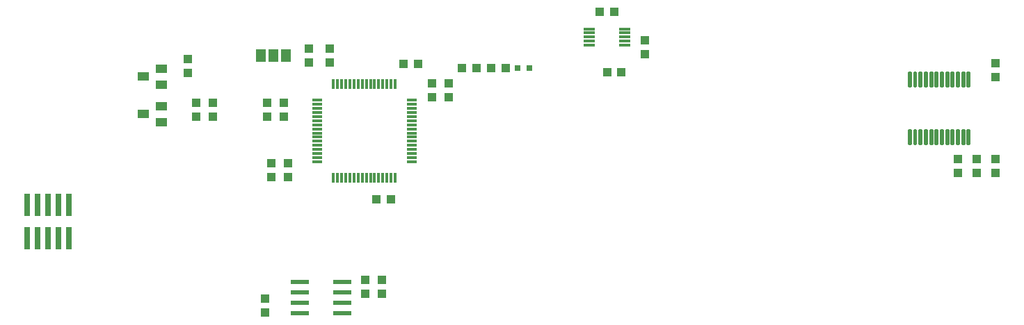
<source format=gbr>
G04 EAGLE Gerber RS-274X export*
G75*
%MOMM*%
%FSLAX34Y34*%
%LPD*%
%INSolderpaste Top*%
%IPPOS*%
%AMOC8*
5,1,8,0,0,1.08239X$1,22.5*%
G01*
%ADD10R,1.400000X0.300000*%
%ADD11R,0.736600X2.794000*%
%ADD12R,1.000000X1.100000*%
%ADD13R,0.800000X0.800000*%
%ADD14R,1.100000X1.000000*%
%ADD15C,0.240000*%
%ADD16R,0.304800X1.193800*%
%ADD17R,1.193800X0.304800*%
%ADD18R,1.400000X1.000000*%
%ADD19R,2.200000X0.600000*%
%ADD20R,1.168400X1.600200*%


D10*
X663800Y401160D03*
X663800Y396160D03*
X663800Y391160D03*
X663800Y386160D03*
X663800Y381160D03*
X707800Y381160D03*
X707800Y386160D03*
X707800Y391160D03*
X707800Y396160D03*
X707800Y401160D03*
D11*
X31240Y186700D03*
X31240Y146060D03*
X18540Y186700D03*
X18540Y146060D03*
X5840Y186700D03*
X5840Y146060D03*
X-6860Y186700D03*
X-6860Y146060D03*
X-19560Y186700D03*
X-19560Y146060D03*
D12*
X562220Y353060D03*
X545220Y353060D03*
D13*
X591700Y353060D03*
X576700Y353060D03*
D12*
X391160Y77860D03*
X391160Y94860D03*
X411480Y77860D03*
X411480Y94860D03*
X269240Y55000D03*
X269240Y72000D03*
D14*
X677300Y421640D03*
X694300Y421640D03*
D12*
X731520Y386960D03*
X731520Y369960D03*
D15*
X1055190Y278050D02*
X1055190Y261450D01*
X1052790Y261450D01*
X1052790Y278050D01*
X1055190Y278050D01*
X1055190Y263730D02*
X1052790Y263730D01*
X1052790Y266010D02*
X1055190Y266010D01*
X1055190Y268290D02*
X1052790Y268290D01*
X1052790Y270570D02*
X1055190Y270570D01*
X1055190Y272850D02*
X1052790Y272850D01*
X1052790Y275130D02*
X1055190Y275130D01*
X1055190Y277410D02*
X1052790Y277410D01*
X1061690Y278050D02*
X1061690Y261450D01*
X1059290Y261450D01*
X1059290Y278050D01*
X1061690Y278050D01*
X1061690Y263730D02*
X1059290Y263730D01*
X1059290Y266010D02*
X1061690Y266010D01*
X1061690Y268290D02*
X1059290Y268290D01*
X1059290Y270570D02*
X1061690Y270570D01*
X1061690Y272850D02*
X1059290Y272850D01*
X1059290Y275130D02*
X1061690Y275130D01*
X1061690Y277410D02*
X1059290Y277410D01*
X1068190Y278050D02*
X1068190Y261450D01*
X1065790Y261450D01*
X1065790Y278050D01*
X1068190Y278050D01*
X1068190Y263730D02*
X1065790Y263730D01*
X1065790Y266010D02*
X1068190Y266010D01*
X1068190Y268290D02*
X1065790Y268290D01*
X1065790Y270570D02*
X1068190Y270570D01*
X1068190Y272850D02*
X1065790Y272850D01*
X1065790Y275130D02*
X1068190Y275130D01*
X1068190Y277410D02*
X1065790Y277410D01*
X1074690Y278050D02*
X1074690Y261450D01*
X1072290Y261450D01*
X1072290Y278050D01*
X1074690Y278050D01*
X1074690Y263730D02*
X1072290Y263730D01*
X1072290Y266010D02*
X1074690Y266010D01*
X1074690Y268290D02*
X1072290Y268290D01*
X1072290Y270570D02*
X1074690Y270570D01*
X1074690Y272850D02*
X1072290Y272850D01*
X1072290Y275130D02*
X1074690Y275130D01*
X1074690Y277410D02*
X1072290Y277410D01*
X1081190Y278050D02*
X1081190Y261450D01*
X1078790Y261450D01*
X1078790Y278050D01*
X1081190Y278050D01*
X1081190Y263730D02*
X1078790Y263730D01*
X1078790Y266010D02*
X1081190Y266010D01*
X1081190Y268290D02*
X1078790Y268290D01*
X1078790Y270570D02*
X1081190Y270570D01*
X1081190Y272850D02*
X1078790Y272850D01*
X1078790Y275130D02*
X1081190Y275130D01*
X1081190Y277410D02*
X1078790Y277410D01*
X1087690Y278050D02*
X1087690Y261450D01*
X1085290Y261450D01*
X1085290Y278050D01*
X1087690Y278050D01*
X1087690Y263730D02*
X1085290Y263730D01*
X1085290Y266010D02*
X1087690Y266010D01*
X1087690Y268290D02*
X1085290Y268290D01*
X1085290Y270570D02*
X1087690Y270570D01*
X1087690Y272850D02*
X1085290Y272850D01*
X1085290Y275130D02*
X1087690Y275130D01*
X1087690Y277410D02*
X1085290Y277410D01*
X1094190Y278050D02*
X1094190Y261450D01*
X1091790Y261450D01*
X1091790Y278050D01*
X1094190Y278050D01*
X1094190Y263730D02*
X1091790Y263730D01*
X1091790Y266010D02*
X1094190Y266010D01*
X1094190Y268290D02*
X1091790Y268290D01*
X1091790Y270570D02*
X1094190Y270570D01*
X1094190Y272850D02*
X1091790Y272850D01*
X1091790Y275130D02*
X1094190Y275130D01*
X1094190Y277410D02*
X1091790Y277410D01*
X1100690Y278050D02*
X1100690Y261450D01*
X1098290Y261450D01*
X1098290Y278050D01*
X1100690Y278050D01*
X1100690Y263730D02*
X1098290Y263730D01*
X1098290Y266010D02*
X1100690Y266010D01*
X1100690Y268290D02*
X1098290Y268290D01*
X1098290Y270570D02*
X1100690Y270570D01*
X1100690Y272850D02*
X1098290Y272850D01*
X1098290Y275130D02*
X1100690Y275130D01*
X1100690Y277410D02*
X1098290Y277410D01*
X1107190Y278050D02*
X1107190Y261450D01*
X1104790Y261450D01*
X1104790Y278050D01*
X1107190Y278050D01*
X1107190Y263730D02*
X1104790Y263730D01*
X1104790Y266010D02*
X1107190Y266010D01*
X1107190Y268290D02*
X1104790Y268290D01*
X1104790Y270570D02*
X1107190Y270570D01*
X1107190Y272850D02*
X1104790Y272850D01*
X1104790Y275130D02*
X1107190Y275130D01*
X1107190Y277410D02*
X1104790Y277410D01*
X1113690Y278050D02*
X1113690Y261450D01*
X1111290Y261450D01*
X1111290Y278050D01*
X1113690Y278050D01*
X1113690Y263730D02*
X1111290Y263730D01*
X1111290Y266010D02*
X1113690Y266010D01*
X1113690Y268290D02*
X1111290Y268290D01*
X1111290Y270570D02*
X1113690Y270570D01*
X1113690Y272850D02*
X1111290Y272850D01*
X1111290Y275130D02*
X1113690Y275130D01*
X1113690Y277410D02*
X1111290Y277410D01*
X1120190Y278050D02*
X1120190Y261450D01*
X1117790Y261450D01*
X1117790Y278050D01*
X1120190Y278050D01*
X1120190Y263730D02*
X1117790Y263730D01*
X1117790Y266010D02*
X1120190Y266010D01*
X1120190Y268290D02*
X1117790Y268290D01*
X1117790Y270570D02*
X1120190Y270570D01*
X1120190Y272850D02*
X1117790Y272850D01*
X1117790Y275130D02*
X1120190Y275130D01*
X1120190Y277410D02*
X1117790Y277410D01*
X1126690Y278050D02*
X1126690Y261450D01*
X1124290Y261450D01*
X1124290Y278050D01*
X1126690Y278050D01*
X1126690Y263730D02*
X1124290Y263730D01*
X1124290Y266010D02*
X1126690Y266010D01*
X1126690Y268290D02*
X1124290Y268290D01*
X1124290Y270570D02*
X1126690Y270570D01*
X1126690Y272850D02*
X1124290Y272850D01*
X1124290Y275130D02*
X1126690Y275130D01*
X1126690Y277410D02*
X1124290Y277410D01*
X1126690Y331550D02*
X1126690Y348150D01*
X1126690Y331550D02*
X1124290Y331550D01*
X1124290Y348150D01*
X1126690Y348150D01*
X1126690Y333830D02*
X1124290Y333830D01*
X1124290Y336110D02*
X1126690Y336110D01*
X1126690Y338390D02*
X1124290Y338390D01*
X1124290Y340670D02*
X1126690Y340670D01*
X1126690Y342950D02*
X1124290Y342950D01*
X1124290Y345230D02*
X1126690Y345230D01*
X1126690Y347510D02*
X1124290Y347510D01*
X1120190Y348150D02*
X1120190Y331550D01*
X1117790Y331550D01*
X1117790Y348150D01*
X1120190Y348150D01*
X1120190Y333830D02*
X1117790Y333830D01*
X1117790Y336110D02*
X1120190Y336110D01*
X1120190Y338390D02*
X1117790Y338390D01*
X1117790Y340670D02*
X1120190Y340670D01*
X1120190Y342950D02*
X1117790Y342950D01*
X1117790Y345230D02*
X1120190Y345230D01*
X1120190Y347510D02*
X1117790Y347510D01*
X1113690Y348150D02*
X1113690Y331550D01*
X1111290Y331550D01*
X1111290Y348150D01*
X1113690Y348150D01*
X1113690Y333830D02*
X1111290Y333830D01*
X1111290Y336110D02*
X1113690Y336110D01*
X1113690Y338390D02*
X1111290Y338390D01*
X1111290Y340670D02*
X1113690Y340670D01*
X1113690Y342950D02*
X1111290Y342950D01*
X1111290Y345230D02*
X1113690Y345230D01*
X1113690Y347510D02*
X1111290Y347510D01*
X1107190Y348150D02*
X1107190Y331550D01*
X1104790Y331550D01*
X1104790Y348150D01*
X1107190Y348150D01*
X1107190Y333830D02*
X1104790Y333830D01*
X1104790Y336110D02*
X1107190Y336110D01*
X1107190Y338390D02*
X1104790Y338390D01*
X1104790Y340670D02*
X1107190Y340670D01*
X1107190Y342950D02*
X1104790Y342950D01*
X1104790Y345230D02*
X1107190Y345230D01*
X1107190Y347510D02*
X1104790Y347510D01*
X1100690Y348150D02*
X1100690Y331550D01*
X1098290Y331550D01*
X1098290Y348150D01*
X1100690Y348150D01*
X1100690Y333830D02*
X1098290Y333830D01*
X1098290Y336110D02*
X1100690Y336110D01*
X1100690Y338390D02*
X1098290Y338390D01*
X1098290Y340670D02*
X1100690Y340670D01*
X1100690Y342950D02*
X1098290Y342950D01*
X1098290Y345230D02*
X1100690Y345230D01*
X1100690Y347510D02*
X1098290Y347510D01*
X1094190Y348150D02*
X1094190Y331550D01*
X1091790Y331550D01*
X1091790Y348150D01*
X1094190Y348150D01*
X1094190Y333830D02*
X1091790Y333830D01*
X1091790Y336110D02*
X1094190Y336110D01*
X1094190Y338390D02*
X1091790Y338390D01*
X1091790Y340670D02*
X1094190Y340670D01*
X1094190Y342950D02*
X1091790Y342950D01*
X1091790Y345230D02*
X1094190Y345230D01*
X1094190Y347510D02*
X1091790Y347510D01*
X1087690Y348150D02*
X1087690Y331550D01*
X1085290Y331550D01*
X1085290Y348150D01*
X1087690Y348150D01*
X1087690Y333830D02*
X1085290Y333830D01*
X1085290Y336110D02*
X1087690Y336110D01*
X1087690Y338390D02*
X1085290Y338390D01*
X1085290Y340670D02*
X1087690Y340670D01*
X1087690Y342950D02*
X1085290Y342950D01*
X1085290Y345230D02*
X1087690Y345230D01*
X1087690Y347510D02*
X1085290Y347510D01*
X1081190Y348150D02*
X1081190Y331550D01*
X1078790Y331550D01*
X1078790Y348150D01*
X1081190Y348150D01*
X1081190Y333830D02*
X1078790Y333830D01*
X1078790Y336110D02*
X1081190Y336110D01*
X1081190Y338390D02*
X1078790Y338390D01*
X1078790Y340670D02*
X1081190Y340670D01*
X1081190Y342950D02*
X1078790Y342950D01*
X1078790Y345230D02*
X1081190Y345230D01*
X1081190Y347510D02*
X1078790Y347510D01*
X1074690Y348150D02*
X1074690Y331550D01*
X1072290Y331550D01*
X1072290Y348150D01*
X1074690Y348150D01*
X1074690Y333830D02*
X1072290Y333830D01*
X1072290Y336110D02*
X1074690Y336110D01*
X1074690Y338390D02*
X1072290Y338390D01*
X1072290Y340670D02*
X1074690Y340670D01*
X1074690Y342950D02*
X1072290Y342950D01*
X1072290Y345230D02*
X1074690Y345230D01*
X1074690Y347510D02*
X1072290Y347510D01*
X1068190Y348150D02*
X1068190Y331550D01*
X1065790Y331550D01*
X1065790Y348150D01*
X1068190Y348150D01*
X1068190Y333830D02*
X1065790Y333830D01*
X1065790Y336110D02*
X1068190Y336110D01*
X1068190Y338390D02*
X1065790Y338390D01*
X1065790Y340670D02*
X1068190Y340670D01*
X1068190Y342950D02*
X1065790Y342950D01*
X1065790Y345230D02*
X1068190Y345230D01*
X1068190Y347510D02*
X1065790Y347510D01*
X1061690Y348150D02*
X1061690Y331550D01*
X1059290Y331550D01*
X1059290Y348150D01*
X1061690Y348150D01*
X1061690Y333830D02*
X1059290Y333830D01*
X1059290Y336110D02*
X1061690Y336110D01*
X1061690Y338390D02*
X1059290Y338390D01*
X1059290Y340670D02*
X1061690Y340670D01*
X1061690Y342950D02*
X1059290Y342950D01*
X1059290Y345230D02*
X1061690Y345230D01*
X1061690Y347510D02*
X1059290Y347510D01*
X1055190Y348150D02*
X1055190Y331550D01*
X1052790Y331550D01*
X1052790Y348150D01*
X1055190Y348150D01*
X1055190Y333830D02*
X1052790Y333830D01*
X1052790Y336110D02*
X1055190Y336110D01*
X1055190Y338390D02*
X1052790Y338390D01*
X1052790Y340670D02*
X1055190Y340670D01*
X1055190Y342950D02*
X1052790Y342950D01*
X1052790Y345230D02*
X1055190Y345230D01*
X1055190Y347510D02*
X1052790Y347510D01*
D16*
X427990Y334140D03*
X422990Y334140D03*
X417990Y334140D03*
X412990Y334140D03*
X407990Y334140D03*
X402990Y334140D03*
X397990Y334140D03*
X392990Y334140D03*
X387990Y334140D03*
X382990Y334140D03*
X377990Y334140D03*
X372990Y334140D03*
X367990Y334140D03*
X362990Y334140D03*
X357990Y334140D03*
X352990Y334140D03*
D17*
X332990Y314140D03*
X332990Y309140D03*
X332990Y304140D03*
X332990Y299140D03*
X332990Y294140D03*
X332990Y289140D03*
X332990Y284140D03*
X332990Y279140D03*
X332990Y274140D03*
X332990Y269140D03*
X332990Y264140D03*
X332990Y259140D03*
X332990Y254140D03*
X332990Y249140D03*
X332990Y244140D03*
X332990Y239140D03*
D16*
X352990Y219140D03*
X357990Y219140D03*
X362990Y219140D03*
X367990Y219140D03*
X372990Y219140D03*
X377990Y219140D03*
X382990Y219140D03*
X387990Y219140D03*
X392990Y219140D03*
X397990Y219140D03*
X402990Y219140D03*
X407990Y219140D03*
X412990Y219140D03*
X417990Y219140D03*
X422990Y219140D03*
X427990Y219140D03*
D17*
X447990Y239140D03*
X447990Y244140D03*
X447990Y249140D03*
X447990Y254140D03*
X447990Y259140D03*
X447990Y264140D03*
X447990Y269140D03*
X447990Y274140D03*
X447990Y279140D03*
X447990Y284140D03*
X447990Y289140D03*
X447990Y294140D03*
X447990Y299140D03*
X447990Y304140D03*
X447990Y309140D03*
X447990Y314140D03*
D12*
X1112520Y242180D03*
X1112520Y225180D03*
D14*
X1158240Y359020D03*
X1158240Y342020D03*
X1158240Y242180D03*
X1158240Y225180D03*
X1135380Y242180D03*
X1135380Y225180D03*
D12*
X276860Y237100D03*
X276860Y220100D03*
X297180Y220100D03*
X297180Y237100D03*
X292100Y293760D03*
X292100Y310760D03*
D14*
X422520Y193040D03*
X405520Y193040D03*
D12*
X472440Y334890D03*
X472440Y317890D03*
D14*
X438540Y358140D03*
X455540Y358140D03*
D12*
X322580Y359800D03*
X322580Y376800D03*
X271780Y293760D03*
X271780Y310760D03*
X492760Y334890D03*
X492760Y317890D03*
X347980Y359800D03*
X347980Y376800D03*
X703190Y347980D03*
X686190Y347980D03*
D18*
X143080Y333400D03*
X143080Y352400D03*
X121080Y342900D03*
X143080Y287680D03*
X143080Y306680D03*
X121080Y297180D03*
D12*
X509660Y353060D03*
X526660Y353060D03*
D19*
X311820Y80010D03*
X363820Y80010D03*
X311820Y92710D03*
X311820Y67310D03*
X311820Y54610D03*
X363820Y92710D03*
X363820Y67310D03*
X363820Y54610D03*
D14*
X205740Y293760D03*
X205740Y310760D03*
X185420Y310760D03*
X185420Y293760D03*
X175260Y347100D03*
X175260Y364100D03*
D20*
X264160Y368300D03*
X279400Y368300D03*
X294640Y368300D03*
M02*

</source>
